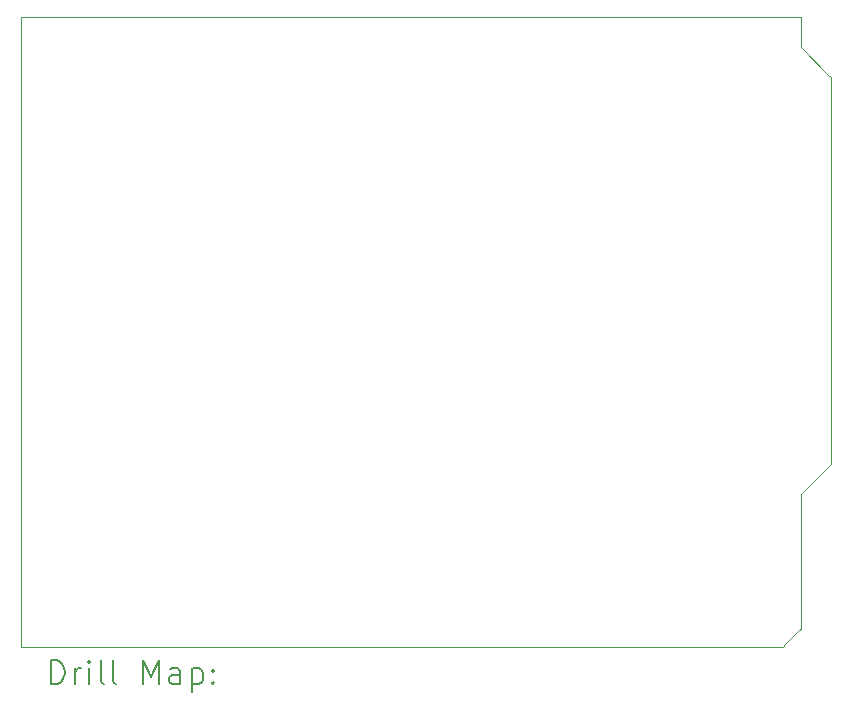
<source format=gbr>
%TF.GenerationSoftware,KiCad,Pcbnew,8.0.2*%
%TF.CreationDate,2024-05-23T15:50:05-04:00*%
%TF.ProjectId,ORA_Arduino_ESP_CAN_Shield_Rev_1.1,4f52415f-4172-4647-9569-6e6f5f455350,rev?*%
%TF.SameCoordinates,Original*%
%TF.FileFunction,Drillmap*%
%TF.FilePolarity,Positive*%
%FSLAX45Y45*%
G04 Gerber Fmt 4.5, Leading zero omitted, Abs format (unit mm)*
G04 Created by KiCad (PCBNEW 8.0.2) date 2024-05-23 15:50:05*
%MOMM*%
%LPD*%
G01*
G04 APERTURE LIST*
%ADD10C,0.050000*%
%ADD11C,0.200000*%
G04 APERTURE END LIST*
D10*
X9230000Y-6067000D02*
X9236000Y-6061000D01*
X8982000Y-6315000D02*
X8982000Y-6327000D01*
X9227000Y-6070000D02*
X9230000Y-6067000D01*
X2378000Y-2277000D02*
X2378000Y-7596000D01*
X8982000Y-7431000D02*
X8982000Y-6327000D01*
X2378000Y-7611000D02*
X8819000Y-7611000D01*
X8982000Y-2531000D02*
X8982000Y-2290000D01*
X7533000Y-2277000D02*
X2378000Y-2277000D01*
X8851000Y-7590000D02*
X8972000Y-7469000D01*
X9236000Y-2785000D02*
X9216000Y-2765000D01*
X8830000Y-7611000D02*
X8819000Y-7611000D01*
X9216000Y-2765000D02*
X8982000Y-2531000D01*
X2378000Y-7596000D02*
X2378000Y-7611000D01*
X8982000Y-2290000D02*
X8982000Y-2277000D01*
X8993000Y-6304000D02*
X9227000Y-6070000D01*
X8982000Y-2277000D02*
X8963000Y-2277000D01*
X8982000Y-7459000D02*
X8982000Y-7451000D01*
X9236000Y-2801000D02*
X9236000Y-2785000D01*
X8972000Y-7469000D02*
X8982000Y-7459000D01*
X8982000Y-7431000D02*
X8982000Y-7451000D01*
X8993000Y-6304000D02*
X8982000Y-6315000D01*
X8851000Y-7590000D02*
X8830000Y-7611000D01*
X9236000Y-6061000D02*
X9236000Y-2801000D01*
X8963000Y-2277000D02*
X7533000Y-2277000D01*
D11*
X2636277Y-7924984D02*
X2636277Y-7724984D01*
X2636277Y-7724984D02*
X2683896Y-7724984D01*
X2683896Y-7724984D02*
X2712467Y-7734508D01*
X2712467Y-7734508D02*
X2731515Y-7753555D01*
X2731515Y-7753555D02*
X2741039Y-7772603D01*
X2741039Y-7772603D02*
X2750563Y-7810698D01*
X2750563Y-7810698D02*
X2750563Y-7839269D01*
X2750563Y-7839269D02*
X2741039Y-7877365D01*
X2741039Y-7877365D02*
X2731515Y-7896412D01*
X2731515Y-7896412D02*
X2712467Y-7915460D01*
X2712467Y-7915460D02*
X2683896Y-7924984D01*
X2683896Y-7924984D02*
X2636277Y-7924984D01*
X2836277Y-7924984D02*
X2836277Y-7791650D01*
X2836277Y-7829746D02*
X2845801Y-7810698D01*
X2845801Y-7810698D02*
X2855324Y-7801174D01*
X2855324Y-7801174D02*
X2874372Y-7791650D01*
X2874372Y-7791650D02*
X2893420Y-7791650D01*
X2960086Y-7924984D02*
X2960086Y-7791650D01*
X2960086Y-7724984D02*
X2950562Y-7734508D01*
X2950562Y-7734508D02*
X2960086Y-7744031D01*
X2960086Y-7744031D02*
X2969610Y-7734508D01*
X2969610Y-7734508D02*
X2960086Y-7724984D01*
X2960086Y-7724984D02*
X2960086Y-7744031D01*
X3083896Y-7924984D02*
X3064848Y-7915460D01*
X3064848Y-7915460D02*
X3055324Y-7896412D01*
X3055324Y-7896412D02*
X3055324Y-7724984D01*
X3188658Y-7924984D02*
X3169610Y-7915460D01*
X3169610Y-7915460D02*
X3160086Y-7896412D01*
X3160086Y-7896412D02*
X3160086Y-7724984D01*
X3417229Y-7924984D02*
X3417229Y-7724984D01*
X3417229Y-7724984D02*
X3483896Y-7867841D01*
X3483896Y-7867841D02*
X3550562Y-7724984D01*
X3550562Y-7724984D02*
X3550562Y-7924984D01*
X3731515Y-7924984D02*
X3731515Y-7820222D01*
X3731515Y-7820222D02*
X3721991Y-7801174D01*
X3721991Y-7801174D02*
X3702943Y-7791650D01*
X3702943Y-7791650D02*
X3664848Y-7791650D01*
X3664848Y-7791650D02*
X3645801Y-7801174D01*
X3731515Y-7915460D02*
X3712467Y-7924984D01*
X3712467Y-7924984D02*
X3664848Y-7924984D01*
X3664848Y-7924984D02*
X3645801Y-7915460D01*
X3645801Y-7915460D02*
X3636277Y-7896412D01*
X3636277Y-7896412D02*
X3636277Y-7877365D01*
X3636277Y-7877365D02*
X3645801Y-7858317D01*
X3645801Y-7858317D02*
X3664848Y-7848793D01*
X3664848Y-7848793D02*
X3712467Y-7848793D01*
X3712467Y-7848793D02*
X3731515Y-7839269D01*
X3826753Y-7791650D02*
X3826753Y-7991650D01*
X3826753Y-7801174D02*
X3845801Y-7791650D01*
X3845801Y-7791650D02*
X3883896Y-7791650D01*
X3883896Y-7791650D02*
X3902943Y-7801174D01*
X3902943Y-7801174D02*
X3912467Y-7810698D01*
X3912467Y-7810698D02*
X3921991Y-7829746D01*
X3921991Y-7829746D02*
X3921991Y-7886888D01*
X3921991Y-7886888D02*
X3912467Y-7905936D01*
X3912467Y-7905936D02*
X3902943Y-7915460D01*
X3902943Y-7915460D02*
X3883896Y-7924984D01*
X3883896Y-7924984D02*
X3845801Y-7924984D01*
X3845801Y-7924984D02*
X3826753Y-7915460D01*
X4007705Y-7905936D02*
X4017229Y-7915460D01*
X4017229Y-7915460D02*
X4007705Y-7924984D01*
X4007705Y-7924984D02*
X3998182Y-7915460D01*
X3998182Y-7915460D02*
X4007705Y-7905936D01*
X4007705Y-7905936D02*
X4007705Y-7924984D01*
X4007705Y-7801174D02*
X4017229Y-7810698D01*
X4017229Y-7810698D02*
X4007705Y-7820222D01*
X4007705Y-7820222D02*
X3998182Y-7810698D01*
X3998182Y-7810698D02*
X4007705Y-7801174D01*
X4007705Y-7801174D02*
X4007705Y-7820222D01*
M02*

</source>
